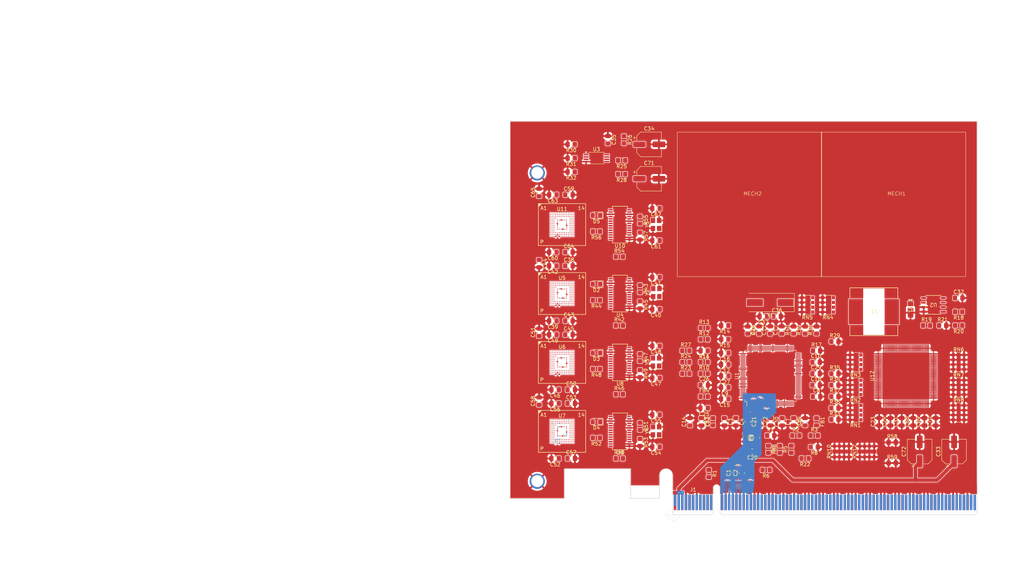
<source format=kicad_pcb>
(kicad_pcb (version 20221018) (generator pcbnew)
  (title_block (date "2024-10-07") (rev "0"))
  (layers (0 "F.Cu" power) (1 "In1.Cu" power) (2 "In2.Cu" power) (31 "B.Cu" power) (34 "B.Paste" user) (35 "F.Paste" user) (36 "B.SilkS" user "B.Silkscreen") (37 "F.SilkS" user "F.Silkscreen") (38 "B.Mask" user) (39 "F.Mask" user) (44 "Edge.Cuts" user))
  (net 0 "")
  (net 1 "Net-(U2-FB)")
  (net 2 "Net-(U2-EN)")
  (net 3 "Net-(U2-OCSET)")
  (net 4 "+12V")
  (net 5 "Net-(D1-K)")
  (net 6 "+3V3")
  (net 28 "Net-(U11A-VDDI)")
  (net 89 "Net-(U10-#CHIP_RST)")
  (net 104 "GND")
  (net 106 "Net-(U10-SDCMD)")
  (net 107 "Net-(U11A-CLK)")
  (net 158 "Net-(U7A-VDDI)")
  (net 217 "Net-(U7A-RST_N)")
  (net 233 "Net-(U7A-CMD)")
  (net 234 "Net-(U7A-CLK)")
  (net 285 "Net-(U6A-VDDI)")
  (net 344 "Net-(U6A-RST_N)")
  (net 360 "Net-(U6A-CMD)")
  (net 361 "Net-(U6A-CLK)")
  (net 416 "Net-(U5A-VDDI)")
  (net 481 "Net-(U4-#CHIP_RST)")
  (net 497 "Net-(U4-SDCMD)")
  (net 498 "Net-(U5A-CLK)")
  (net 528 "Net-(RN5-R1.1)")
  (net 529 "Net-(RN5-R2.1)")
  (net 530 "Net-(RN5-R3.1)")
  (net 531 "Net-(RN5-R4.1)")
  (net 532 "Net-(RN4-R1.1)")
  (net 533 "Net-(RN4-R2.1)")
  (net 534 "Net-(RN4-R3.1)")
  (net 535 "Net-(RN4-R4.1)")
  (net 536 "Net-(RN3-R1.1)")
  (net 537 "Net-(RN3-R2.1)")
  (net 538 "Net-(RN3-R3.1)")
  (net 539 "Net-(RN3-R4.1)")
  (net 540 "Net-(RN2-R1.1)")
  (net 541 "Net-(RN2-R2.1)")
  (net 542 "Net-(RN2-R3.1)")
  (net 543 "Net-(RN2-R4.1)")
  (net 544 "Net-(RN1-R1.1)")
  (net 545 "Net-(RN1-R2.1)")
  (net 546 "Net-(RN1-R3.1)")
  (net 547 "Net-(RN1-R4.1)")
  (net 548 "Net-(U10-EXT_R)")
  (net 549 "Net-(U9-EXT_R)")
  (net 550 "/PCIE_Slot/PCIE_WAKE")
  (net 551 "/PCIE_Slot/PeRST")
  (net 552 "/PCIE_Slot/PCIE_CLKreq")
  (net 553 "Net-(J1-~{WAKE})")
  (net 554 "Net-(J1-~{PERST})")
  (net 555 "Net-(J1-~{PRSNT1})")
  (net 556 "Net-(J1-~{PRSNT2}-PadB17)")
  (net 557 "Net-(U1C-REXT)")
  (net 558 "Net-(U1E-EE_SCL)")
  (net 559 "Net-(U9-SD_CLK)")
  (net 560 "USB2_LED")
  (net 561 "Net-(U9-LED_ACTIVITY)")
  (net 562 "Net-(U8-EXT_R)")
  (net 563 "Net-(U8-SD_CLK)")
  (net 564 "USB1_LED")
  (net 565 "Net-(U8-LED_ACTIVITY)")
  (net 566 "Net-(U3-A1)")
  (net 567 "Net-(U4-EXT_R)")
  (net 568 "Net-(U4-SD_CLK)")
  (net 569 "USB0_LED")
  (net 570 "Net-(U4-LED_ACTIVITY)")
  (net 571 "Net-(U1B-GPIO22{slash}IOCHRDY1)")
  (net 572 "Net-(U1B-GPIO21{slash}A2)")
  (net 573 "Net-(U1B-GPIO20{slash}A1)")
  (net 574 "Net-(U1B-GPIO19{slash}A0)")
  (net 575 "Net-(U1A-+1.2VOUT_REG)")
  (net 576 "Net-(U1E-TEST_EN)")
  (net 577 "Net-(U1E-SCAN_EN)")
  (net 578 "Net-(U1E-MODE_SEL2)")
  (net 579 "Net-(U1D-USB3_OVCI_N)")
  (net 580 "Net-(U1D-USB2_OVCI_N)")
  (net 581 "Net-(U1D-USB1_OVCI_N)")
  (net 582 "Net-(U1D-USB0_OVCI_N)")
  (net 583 "Net-(U1D-USB0_IBREF)")
  (net 584 "Net-(U1D-USB1_IBREF)")
  (net 585 "Net-(U1D-USB2_IBERF)")
  (net 586 "Net-(U1D-USB3_IBREF)")
  (net 587 "Net-(U1E-MODE_SEL1)")
  (net 588 "Net-(U1E-MODE_SEL0)")
  (net 589 "Net-(U3-A2)")
  (net 590 "Net-(U1E-OTG_EN_N)")
  (net 591 "Net-(U1E-LN_STAT1)")
  (net 592 "Net-(U1E-LN_STAT0)")
  (net 593 "Net-(U3-WP)")
  (net 594 "Net-(U1E-LN_STAT2)")
  (net 595 "Net-(U1E-EE_SDA)")
  (net 596 "Net-(U1E-JTAG_TCK)")
  (net 597 "Net-(U3-A0)")
  (net 598 "USB3_LED")
  (net 599 "Net-(U10-LED_ACTIVITY)")
  (net 600 "Net-(U10-SD_CLK)")
  (net 601 "Net-(U9-V3.3_PHY_IN)")
  (net 602 "Net-(U9-XTAL_IN)")
  (net 603 "Net-(U9-XTAL_OUT)")
  (net 606 "Net-(U4-V3.3_PHY_IN)")
  (net 607 "Net-(U4-XTAL_IN)")
  (net 608 "Net-(U4-XTAL_OUT)")
  (net 609 "Net-(U10-V3.3_PHY_IN)")
  (net 610 "90_USB3_D_N")
  (net 611 "90_USB3_D_P")
  (net 612 "Net-(U10-XTAL_IN)")
  (net 613 "Net-(U10-XTAL_OUT)")
  (net 616 "Net-(U8-V3.3_PHY_IN)")
  (net 617 "90_USB0_D_N")
  (net 618 "90_USB0_D_P")
  (net 619 "Net-(U8-XTAL_IN)")
  (net 620 "Net-(U8-XTAL_OUT)")
  (net 623 "90_USB1_D_N")
  (net 624 "90_USB1_D_P")
  (net 625 "Net-(U1B-USB0_XSCI)")
  (net 626 "Net-(U1B-USB0_XSCO)")
  (net 627 "90_USB2_D_N")
  (net 628 "90_USB2_D_P")
  (net 630 "Net-(J1-JTAG3)")
  (net 642 "/eMMC1/DATA_0")
  (net 643 "/eMMC3/DATA_0")
  (net 644 "/eMMC3/DATA_1")
  (net 708 "+1V2")
  (net 709 "3v3_filt")
  (net 710 "+5V")
  (net 711 "+3V0")
  (net 712 "/eMMC1/DATA_2")
  (net 713 "/eMMC1/DATA_3")
  (net 714 "/eMMC1/DATA_4")
  (net 715 "/eMMC1/DATA_5")
  (net 716 "/eMMC1/DATA_6")
  (net 717 "/eMMC1/DATA_7")
  (net 718 "/eMMC1/DATA_1")
  (net 719 "/eMMC2/DATA_0")
  (net 720 "/eMMC2/DATA_1")
  (net 721 "/eMMC2/DATA_2")
  (net 722 "/eMMC2/DATA_3")
  (net 723 "/eMMC2/DATA_4")
  (net 724 "/eMMC2/DATA_5")
  (net 725 "/eMMC2/DATA_6")
  (net 726 "/eMMC2/DATA_7")
  (net 727 "/eMMC3/DATA_2")
  (net 728 "/eMMC3/DATA_3")
  (net 729 "/eMMC3/DATA_4")
  (net 730 "/eMMC3/DATA_5")
  (net 731 "/eMMC3/DATA_6")
  (net 732 "/eMMC3/DATA_7")
  (net 733 "/eMMC4/DATA_2")
  (net 734 "/eMMC4/DATA_3")
  (net 735 "/eMMC4/DATA_4")
  (net 736 "/eMMC4/DATA_5")
  (net 737 "/eMMC4/DATA_6")
  (net 738 "/eMMC4/DATA_7")
  (net 739 "/eMMC4/DATA_0")
  (net 740 "/eMMC4/DATA_1")
  (net 741 "/PCIE_Slot/85_PCIE_TX_P")
  (net 742 "/PCIE_Slot/85_PCIE_TXC_P")
  (net 743 "/PCIE_Slot/85_PCIE_TX_N")
  (net 744 "/PCIE_Slot/85_PCIE_TXC_N")
  (net 745 "/PCIE_Slot/85_PCIE_CLK_P")
  (net 746 "/PCIE_Slot/85_PCIE_CLK_N")
  (net 747 "/PCIE_Slot/85_PCIE_RX_P")
  (net 748 "/PCIE_Slot/85_PCIE_RX_N")
  (net 749 "Net-(C10-Pad1)")
  (net 750 "Net-(U1A-+1.2VA_AUX)")
  (net 751 "Net-(U1A-+3.3VA_AUX)")
  (net 752 "/eMMC1/VDD_3v3_EMMC1")
  (net 753 "/eMMC2/VDD_3v3_EMMC2")
  (net 754 "/eMMC3/VDD_3v3_EMMC3")
  (net 755 "/eMMC4/VDD_3v3_EMMC4")
  (footprint "Capacitor_SMD:C_0805_2012Metric_Pad1.18x1.45mm_HandSolder" (layer "F.Cu") (at 154.71 93.7525 180)
    (fp_text reference "C41")
    (fp_text value "22pF")
  )
  (footprint "Resistor_SMD:R_0805_2012Metric_Pad1.20x1.40mm_HandSolder" (layer "F.Cu") (at 168.045 110.9825)
    (fp_text reference "R12")
    (fp_text value "10k")
  )
  (footprint "Capacitor_SMD:C_0805_2012Metric_Pad1.18x1.45mm_HandSolder" (layer "F.Cu") (at 168.045 129.99 180)
    (fp_text reference "C25")
    (fp_text value "0.1uF")
  )
  (footprint "Capacitor_SMD:C_0805_2012Metric_Pad1.18x1.45mm_HandSolder" (layer "F.Cu") (at 126.77 143.96 180)
    (fp_text reference "C52")
    (fp_text value "4.7uF")
  )
  (footprint "Capacitor_SMD:C_0805_2012Metric_Pad1.18x1.45mm_HandSolder" (layer "F.Cu") (at 173.76 127.45 180)
    (fp_text reference "C15")
    (fp_text value "0.1uF")
  )
  (footprint "Capacitor_SMD:C_0805_2012Metric_Pad1.18x1.45mm_HandSolder" (layer "F.Cu") (at 222.769 133.8 90)
    (fp_text reference "C31")
    (fp_text value "0.1uF")
  )
  (footprint "LED_SMD:LED_0805_2012Metric_Pad1.15x1.40mm_HandSolder" (layer "F.Cu") (at 138.2 114.75 180)
    (fp_text reference "D3")
    (fp_text value "RED")
  )
  (footprint "Resistor_SMD:R_0805_2012Metric_Pad1.20x1.40mm_HandSolder" (layer "F.Cu") (at 144.55 107.13)
    (fp_text reference "R42")
    (fp_text value "10k")
  )
  (footprint "Capacitor_SMD:CP_Elec_6.3x5.8" (layer "F.Cu") (at 152.805 56.965)
    (fp_text reference "C34")
    (fp_text value "100uF")
  )
  (footprint "Resistor_SMD:R_0805_2012Metric_Pad1.20x1.40mm_HandSolder" (layer "F.Cu") (at 138.2 81.095 180)
    (fp_text reference "R56")
    (fp_text value "27")
  )
  (footprint "Package_SO:SSOP-28_3.9x9.9mm_P0.635mm" (layer "F.Cu") (at 144.725 79.19 180)
    (fp_text reference "U10")
    (fp_text value "AU6438BS")
  )
  (footprint "Capacitor_SMD:C_0805_2012Metric_Pad1.18x1.45mm_HandSolder" (layer "F.Cu") (at 130.58 86.81)
    (fp_text reference "C64")
    (fp_text value "2.2uF")
  )
  (footprint "Resistor_SMD:R_0805_2012Metric_Pad1.20x1.40mm_HandSolder" (layer "F.Cu") (at 131.215 56.965 180)
    (fp_text reference "R30")
    (fp_text value "1k")
  )
  (footprint "Capacitor_SMD:C_0805_2012Metric_Pad1.18x1.45mm_HandSolder" (layer "F.Cu") (at 181.38 142.055 180)
    (fp_text reference "C20")
    (fp_text value "0.1uF")
  )
  (footprint "Capacitor_SMD:C_0805_2012Metric_Pad1.18x1.45mm_HandSolder" (layer "F.Cu") (at 176.475 147.9675 90)
    (fp_text reference "C1")
    (fp_text value "0.1uF")
  )
  (footprint "Resistor_SMD:R_0805_2012Metric_Pad1.20x1.40mm_HandSolder" (layer "F.Cu") (at 204.24 123.64)
    (fp_text reference "R34")
    (fp_text value "1k")
  )
  (footprint "Capacitor_SMD:C_0805_2012Metric_Pad1.18x1.45mm_HandSolder" (layer "F.Cu") (at 199.16 126.815)
    (fp_text reference "C8")
    (fp_text value "0.1uF")
  )
  (footprint "Capacitor_SMD:CP_Elec_6.3x5.8" (layer "F.Cu") (at 152.805 66.49)
    (fp_text reference "C71")
    (fp_text value "100uF")
  )
  (footprint "Resistor_SMD:R_Array_Convex_4x1206" (layer "F.Cu") (at 209.955 124.275 180)
    (fp_text reference "RN2")
    (fp_text value "1k")
  )
  (footprint "Capacitor_SMD:C_0805_2012Metric_Pad1.18x1.45mm_HandSolder" (layer "F.Cu") (at 199.03 123.64)
    (fp_text reference "C18")
    (fp_text value "0.1uF")
  )
  (footprint "Crystal:Crystal_SMD_3225-4Pin_3.2x2.5mm" (layer "F.Cu") (at 154.71 117.2475 90)
    (fp_text reference "Y3")
    (fp_text value "12MHz")
  )
  (footprint "Capacitor_SMD:C_0805_2012Metric_Pad1.18x1.45mm_HandSolder" (layer "F.Cu") (at 173.76 114.75 180)
    (fp_text reference "C16")
    (fp_text value "0.1uF")
  )
  (footprint "Resistor_SMD:R_0805_2012Metric_Pad1.20x1.40mm_HandSolder" (layer "F.Cu") (at 204.24 120.465)
    (fp_text reference "R35")
    (fp_text value "1k")
  )
  (footprint "Capacitor_SMD:C_0805_2012Metric_Pad1.18x1.45mm_HandSolder" (layer "F.Cu") (at 131.215 124.91)
    (fp_text reference "C50")
    (fp_text value "2.2uF")
  )
  (footprint "Resistor_SMD:R_0805_2012Metric_Pad1.20x1.40mm_HandSolder" (layer "F.Cu") (at 220.115 139.515)
    (fp_text reference "R58")
    (fp_text value "1k")
  )
  (footprint "Capacitor_SMD:C_0805_2012Metric_Pad1.18x1.45mm_HandSolder" (layer "F.Cu") (at 154.71 102.6425 180)
    (fp_text reference "C40")
    (fp_text value "22pF")
  )
  (footprint "Capacitor_SMD:C_0805_2012Metric_Pad1.18x1.45mm_HandSolder" (layer "F.Cu") (at 131.215 143.96)
    (fp_text reference "C57")
    (fp_text value "2.2uF")
  )
  (footprint "Capacitor_SMD:C_0805_2012Metric_Pad1.18x1.45mm_HandSolder" (layer "F.Cu") (at 168.045 123.64)
    (fp_text reference "C26")
    (fp_text value "10uF")
  )
  (footprint "Capacitor_SMD:C_0805_2012Metric_Pad1.18x1.45mm_HandSolder" (layer "F.Cu") (at 195.985 133.8 90)
    (fp_text reference "C6")
    (fp_text value "0.1uF")
  )
  (footprint "Resistor_SMD:R_0805_2012Metric_Pad1.20x1.40mm_HandSolder" (layer "F.Cu") (at 182.65 138.245 90)
    (fp_text reference "R9")
    (fp_text value "0")
  )
  (footprint "Capacitor_SMD:C_0805_2012Metric_Pad1.18x1.45mm_HandSolder" (layer "F.Cu") (at 173.76 121.1 180)
    (fp_text reference "C27")
    (fp_text value "0.1uF")
  )
  (footprint "Capacitor_SMD:C_0805_2012Metric_Pad1.18x1.45mm_HandSolder" (layer "F.Cu") (at 183.285 108.4 90)
    (fp_text reference "C28")
    (fp_text value "0.1uF")
  )
  (footprint "Capacitor_SMD:C_0805_2012Metric_Pad1.18x1.45mm_HandSolder" (layer "F.Cu") (at 154.71 140.7425 180)
    (fp_text reference "C54")
    (fp_text value "22pF")
  )
  (footprint "Capacitor_SMD:C_0805_2012Metric_Pad1.18x1.45mm_HandSolder" (layer "F.Cu") (at 192.81 133.8 -90)
    (fp_text reference "C19")
    (fp_text value "0.1uF")
  )
  (footprint "Resistor_SMD:R_0805_2012Metric_Pad1.20x1.40mm_HandSolder" (layer "F.Cu") (at 185.19 147.125 180)
    (fp_text reference "R6")
    (fp_text value "0")
  )
  (footprint "Resistor_SMD:R_0805_2012Metric_Pad1.20x1.40mm_HandSolder" (layer "F.Cu") (at 162.965 114.115)
    (fp_text reference "R27")
    (fp_text value "4.7k")
  )
  (footprint "Capacitor_SMD:C_0805_2012Metric_Pad1.18x1.45mm_HandSolder" (layer "F.Cu") (at 178.435 147.9675 90)
    (fp_text reference "C2")
    (fp_text value "0.1uF")
  )
  (footprint "Resistor_SMD:R_0805_2012Metric_Pad1.20x1.40mm_HandSolder" (layer "F.Cu") (at 131.215 60.775 180)
    (fp_text reference "R31")
    (fp_text value "1k")
  )
  (footprint "LED_SMD:LED_0805_2012Metric_Pad1.15x1.40mm_HandSolder" (layer "F.Cu") (at 138.2 95.7 180)
    (fp_text reference "D2")
    (fp_text value "RED")
  )
  (footprint "Resistor_SMD:R_0805_2012Metric_Pad1.20x1.40mm_HandSolder" (layer "F.Cu") (at 199.16 133.8 -90)
    (fp_text reference "FB1")
    (fp_text value "BLM21PG121SN1D")
  )
  (footprint "Capacitor_SMD:C_0805_2012Metric_Pad1.18x1.45mm_HandSolder" (layer "F.Cu") (at 130.58 109.67)
    (fp_text reference "C45")
    (fp_text value "4.7uF")
  )
  (footprint "Resistor_SMD:R_Array_Convex_4x1206" (layer "F.Cu") (at 238.53 131.26)
    (fp_text reference "RN8")
    (fp_text value "1k")
  )
  (footprint "Resistor_SMD:R_0805_2012Metric_Pad1.20x1.40mm_HandSolder" (layer "F.Cu") (at 168.045 114.115 180)
    (fp_text reference "R16")
    (fp_text value "12k")
  )
  (footprint "Crystal:Crystal_SMD_3225-4Pin_3.2x2.5mm" (layer "F.Cu") (at 154.71 136.2975 90)
    (fp_text reference "Y4")
    (fp_text value "12MHz")
  )
  (footprint "Resistor_SMD:R_0805_2012Metric_Pad1.20x1.40mm_HandSolder" (layer "F.Cu") (at 168.045 117.29)
    (fp_text reference "R11")
    (fp_text value "10k")
  )
  (footprint "Capacitor_SMD:C_0805_2012Metric_Pad1.18x1.45mm_HandSolder" (layer "F.Cu") (at 126.135 86.81 180)
    (fp_text reference "C60")
    (fp_text value "4.7uF")
  )
  (footprint "Capacitor_SMD:C_0805_2012Metric_Pad1.18x1.45mm_HandSolder" (layer "F.Cu") (at 154.71 83.5925 180)
    (fp_text reference "C61")
    (fp_text value "22pF")
  )
  (footprint "Capacitor_SMD:C_0805_2012Metric_Pad1.18x1.45mm_HandSolder" (layer "F.Cu") (at 130.58 90.62)
    (fp_text reference "C38")
    (fp_text value "4.7uF")
  )
  (footprint "Resistor_SMD:R_0805_2012Metric_Pad1.20x1.40mm_HandSolder" (layer "F.Cu") (at 229.64 107.13)
    (fp_text reference "R19")
    (fp_text value "6.8k")
  )
  (footprint "Capacitor_SMD:C_0805_2012Metric_Pad1.18x1.45mm_HandSolder" (layer "F.Cu") (at 183.285 133.8 -90)
    (fp_text reference "C22")
    (fp_text value "0.1uF")
  )
  (footprint "Resistor_SMD:R_Array_Convex_4x1206" (layer "F.Cu") (at 209.955 131.26 180)
    (fp_text reference "RN1")
    (fp_text value "1k")
  )
  (footprint "Capacitor_SMD:C_0805_2012Metric_Pad1.18x1.45mm_HandSolder" (layer "F.Cu") (at 219.632 133.8 90)
    (fp_text reference "C24")
    (fp_text value "0.1uF")
  )
  (footprint "Resistor_SMD:R_0805_2012Metric_Pad1.20x1.40mm_HandSolder" (layer "F.Cu") (at 150.265 120.465 -90)
    (fp_text reference "R49")
    (fp_text value "680")
  )
  (footprint "Capacitor_SMD:C_0805_2012Metric_Pad1.18x1.45mm_HandSolder" (layer "F.Cu") (at 199.03 120.465)
    (fp_text reference "C29")
    (fp_text value "0.1uF")
  )
  (footprint "Capacitor_SMD:C_0805_2012Metric_Pad1.18x1.45mm_HandSolder" (layer "F.Cu") (at 238.53 99.51)
    (fp_text reference "C32")
    (fp_text value "0.1uF")
  )
  (footprint "LED_SMD:LED_0805_2012Metric_Pad1.15x1.40mm_HandSolder" (layer "F.Cu") (at 138.2 76.65 180)
    (fp_text reference "D5")
    (fp_text value "RED")
  )
  (footprint "Capacitor_SMD:C_0805_2012Metric_Pad1.18x1.45mm_HandSolder" (layer "F.Cu") (at 130.58 70.935)
    (fp_text reference "C59")
    (fp_text value "4.7uF")
  )
  (footprint "Capacitor_SMD:C_0805_2012Metric_Pad1.18x1.45mm_HandSolder" (layer "F.Cu") (at 126.135 90.62 180)
    (fp_text reference "C42")
    (fp_text value "2.2uF")
  )
  (footprint "Capacitor_SMD:C_0805_2012Metric_Pad1.18x1.45mm_HandSolder" (layer "F.Cu") (at 126.135 70.935 180)
    (fp_text reference "C63")
    (fp_text value "2.2uF")
  )
  (footprint "Resistor_SMD:R_0805_2012Metric_Pad1.20x1.40mm_HandSolder" (layer "F.Cu") (at 204.24 111.575)
    (fp_text reference "R29")
    (fp_text value "1k")
  )
  (footprint "html_accel_footprints:EMMC04G-M627-X03U_KNT" (layer "F.Cu") (at 128.675 136.4512)
    (fp_text reference "U7")
    (fp_text value "EMMC_4G")
  )
  (footprint "html_accel_footprints:EMMC04G-M627-X03U_KNT" (layer "F.Cu") (at 128.675 117.364132)
    (fp_text reference "U6")
    (fp_text value "EMMC_4G")
  )
  (footprint "Capacitor_SMD:C_0805_2012Metric_Pad1.18x1.45mm_HandSolder" (layer "F.Cu") (at 122.325 89.985 -90)
    (fp_text reference "C44")
    (fp_text value "0.1uF")
  )
  (footprint "Resistor_SMD:R_Array_Convex_4x1206" (layer "F.Cu") (at 202.335 101.415 180)
    (fp_text reference "RN4")
    (fp_text value "1k")
  )
  (footprint "Capacitor_SMD:C_0805_2012Metric_Pad1.18x1.45mm_HandSolder" (layer "F.Cu") (at 164.105 133.8 90)
    (fp_text reference "C14")
    (fp_text value "10uF")
  )
  (footprint "Capacitor_SMD:C_0805_2012Metric_Pad1.18x1.45mm_HandSolder" (layer "F.Cu") (at 154.71 74.7025 180)
    (fp_text reference "C62")
    (fp_text value "22pF")
  )
  (footprint "Resistor_SMD:R_0805_2012Metric_Pad1.20x1.40mm_HandSolder" (layer "F.Cu") (at 168.045 120.465)
    (fp_text reference "R10")
    (fp_text value "10k")
  )
  (footprint "Capacitor_SMD:C_0805_2012Metric_Pad1.18x1.45mm_HandSolder" (layer "F.Cu") (at 186.46 133.8 -90)
    (fp_text reference "C30")
    (fp_text value "0.1uF")
  )
  (footprint "Resistor_SMD:R_0805_2012Metric_Pad1.20x1.40mm_HandSolder" (layer "F.Cu") (at 150.265 101.415 -90)
    (fp_text reference "R45")
    (fp_text value "680")
  )
  (footprint "Capacitor_SMD:C_0805_2012Metric_Pad1.18x1.45mm_HandSolder" (layer "F.Cu") (at 122.325 70.3 90)
    (fp_text reference "C65")
    (fp_text value "0.1uF")
  )
  (footprint "Resistor_SMD:R_0805_2012Metric_Pad1.20x1.40mm_HandSolder" (layer "F.Cu") (at 204.24 133.165)
    (fp_text reference "R33")
    (fp_text value "1k")
  )
  (footprint "Resistor_SMD:R_0805_2012Metric_Pad1.20x1.40mm_HandSolder" (layer "F.Cu") (at 193.445 137.61)
    (fp_text reference "R2")
    (fp_text value "4.7k")
  )
  (footprint "Resistor_SMD:R_0805_2012Metric_Pad1.20x1.40mm_HandSolder" (layer "F.Cu") (at 189 141.42 90)
    (fp_text reference "R4")
    (fp_text value "33")
  )
  (footprint "Capacitor_SMD:C_0805_2012Metric_Pad1.18x1.45mm_HandSolder" (layer "F.Cu") (at 126.135 109.67 180)
    (fp_text reference "C49")
    (fp_text value "2.2uF")
  )
  (footprint "Capacitor_SMD:C_0805_2012Metric_Pad1.18x1.45mm_HandSolder" (layer "F.Cu") (at 154.71 131.8525 180)
    (fp_text reference "C55")
    (fp_text value "22pF")
  )
  (footprint "Capacitor_SMD:C_0805_2012Metric_Pad1.18x1.45mm_HandSolder" (layer "F.Cu") (at 130.58 105.86)
    (fp_text reference "C43")
    (fp_text value "2.2uF")
  )
  (footprint "Crystal:Crystal_SMD_HC49-SD" (layer "F.Cu") (at 186.33 100.78 180)
    (fp_text reference "Y1")
    (fp_text value "12MHz")
  )
  (footprint "Resistor_SMD:R_0805_2012Metric_Pad1.20x1.40mm_HandSolder" (layer "F.Cu") (at 169.315 148.125 -90)
    (fp_text reference "R1")
    (fp_text value "4.7k")
  )
  (footprint "Resistor_SMD:R_0805_2012Metric_Pad1.20x1.40mm_HandSolder" (layer "F.Cu") (at 195.985 108.4 90)
    (fp_text reference "R39")
    (fp_text value "1k")
  )
  (footprint "Resistor_SMD:R_0805_2012Metric_Pad1.20x1.40mm_HandSolder" (layer "F.Cu") (at 186.46 137.61)
    (fp_text reference "R7")
    (fp_text value "6.2k")
  )
  (footprint "Capacitor_SMD:C_0805_2012Metric_Pad1.18x1.45mm_HandSolder" (layer "F.Cu") (at 189.505 108.4 90)
    (fp_text reference "C17")
    (fp_text value "0.1uF")
  )
  (footprint "html_accel_footprints:DIODE_SBR3M30P1_1P78X2P8_DIO-M" (layer "F.Cu") (at 225.195 102.685 -90)
    (fp_text reference "D1")
    (fp_text value "SBR2U30P1")
  )
  (footprint "Capacitor_SMD:C_0805_2012Metric_Pad1.18x1.45mm_HandSolder" (layer "F.Cu") (at 216.495 133.8 90)
    (fp_text reference "C23")
    (fp_text value "0.1uF")
  )
  (footprint "Resistor_SMD:R_0805_2012Metric_Pad1.20x1.40mm_HandSolder" (layer "F.Cu") (at 168.045 126.815)
    (fp_text reference "FB4")
    (fp_text value "BLM21PG121SN1D")
  )
  (footprint "Resistor_SMD:R_0805_2012Metric_Pad1.20x1.40mm_HandSolder" (layer "F.Cu") (at 162.965 117.29)
    (fp_text reference "R24")
    (fp_text value "4.7k")
  )
  (footprint "Capacitor_SMD:C_0805_2012Metric_Pad1.18x1.45mm_HandSolder" (layer "F.Cu") (at 167.28 133.8 -90)
    (fp_text reference "C13")
    (fp_text value "0.1uF")
  )
  (footprint "Resistor_SMD:R_0805_2012Metric_Pad1.20x1.40mm_HandSolder" (layer "F.Cu") (at 204.24 129.99)
    (fp_text reference "R36")
    (fp_text value "1k")
  )
  (footprint "Capacitor_SMD:C_0805_2012Metric_Pad1.18x1.45mm_HandSolder" (layer "F.Cu") (at 186.33 108.4 90)
    (fp_text reference "C11")
    (fp_text value "0.1uF")
  )
  (footprint "Capacitor_SMD:C_0805_2012Metric_Pad1.18x1.45mm_HandSolder" (layer "F.Cu") (at 180.11 133.8 -90)
    (fp_text reference "C21")
    (fp_text value "10uF")
  )
  (footprint "Capacitor_SMD:C_0805_2012Metric_Pad1.18x1.45mm_HandSolder" (layer "F.Cu") (at 154.71 121.6925 180)
    (fp_text reference "C47")
    (fp_text value "22pF")
  )
  (footprint "html_accel_footprints:Heatsink" (layer "F.Cu") (at 198.469 51.575)
    (fp_text reference "MECH1")
    (fp_text value "~")
  )
  (footprint "Resistor_SMD:R_0805_2012Metric_Pad1.20x1.40mm_HandSolder" (layer "F.Cu") (at 173.76 107.13 180)
    (fp_text reference "R14")
    (fp_text value "12k")
  )
  (footprint "Resistor_SMD:R_Array_Convex_4x1206" (layer "F.Cu") (at 238.53 117.29)
    (fp_text reference "RN6")
    (fp_text value "1k")
  )
  (footprint "Resistor_SMD:R_0805_2012Metric_Pad1.20x1.40mm_HandSolder" (layer "F.Cu") (at 192.81 108.4 90)
    (fp_text reference "R40")
    (fp_text value "1k")
  )
  (footprint "Resistor_SMD:R_0805_2012Metric_Pad1.20x1.40mm_HandSolder" (layer "F.Cu") (at 145.185 65.22 180)
    (fp_text reference "R28")
    (fp_text value "1k")
  )
  (footprint "html_accel_footprints:SOP-8L_DIO" (layer "F.Cu") (at 231.545 101.415 180)
    (fp_text reference "U2")
    (fp_text value "AP1513")
  )
  (footprint "Package_SO:TSSOP-8_4.4x3mm_P0.65mm" (layer "F.Cu") (at 138.2 60.775)
    (fp_text reference "U3")
    (fp_text value "CAT24C256YI-GT3")
  )
  (footprint "Resistor_SMD:R_0805_2012Metric_Pad1.20x1.40mm_HandSolder" (layer "F.Cu") (at 173.76 110.94 180)
    (fp_text reference "R15")
    (fp_text value "12k")
  )
  (footprint "Resistor_SMD:R_0805_2012Metric_Pad1.20x1.40mm_HandSolder" (layer "F.Cu") (at 145.82 55.695 -90)
    (fp_text reference "R26")
    (fp_text value "1k")
  )
  (footprint "Resistor_SMD:R_0805_2012Metric_Pad1.20x1.40mm_HandSolder" (layer "F.Cu") (at 195.985 143.96 180)
    (fp_text reference "R22")
    (fp_text value "4.7k")
  )
  (footprint "Resistor_SMD:R_0805_2012Metric_Pad1.20x1.40mm_HandSolder" (layer "F.Cu") (at 150.265 135.07 -90)
    (fp_text reference "R51")
    (fp_text value "1k")
  )
  (footprint "Resistor_SMD:R_0805_2012Metric_Pad1.20x1.40mm_HandSolder" (layer "F.Cu") (at 185.825 141.42 -90)
    (fp_text reference "FB3")
    (fp_text value "BLM21PG121SN1D")
  )
  (footprint "Resistor_SMD:R_0805_2012Metric_Pad1.20x1.40mm_HandSolder" (layer "F.Cu") (at 150.265 139.515 -90)
    (fp_text reference "R53")
    (fp_text value "680")
  )
  (footprint "Resistor_SMD:R_0805_2012Metric_Pad1.20x1.40mm_HandSolder" (layer "F.Cu") (at 198.525 137.61)
    (fp_text reference "R3")
    (fp_text value "4.7k")
  )
  (footprint "Capacitor_SMD:C_0805_2012Metric_Pad1.18x1.45mm_HandSolder" (layer "F.Cu") (at 229.043 133.8 90)
    (fp_text reference "C69")
    (fp_text value "0.1uF")
  )
  (footprint "Resistor_SMD:R_0805_2012Metric_Pad1.20x1.40mm_HandSolder" (layer "F.Cu") (at 144.55 143.96)
    (fp_text reference "R50")
    (fp_text value "10k")
  )
  (footprint "Package_QFP:LQFP-128_14x14mm_P0.4mm" (layer "F.Cu") (at 223.925 121.1 90)
    (fp_text reference "U12")
    (fp_text value "MCS9990")
  )
  (footprint "Resistor_SMD:R_0805_2012Metric_Pad1.20x1.40mm_HandSolder" (layer "F.Cu") (at 150.265 82.365 -90)
    (fp_text reference "R57")
    (fp_text value "680")
  )
  (footprint "Resistor_SMD:R_0805_2012Metric_Pad1.20x1.40mm_HandSolder" (layer "F.Cu") (at 144.55 88.08)
    (fp_text reference "R54")
    (fp_text value "10k")
  )
  (footprint "Capacitor_SMD:C_0805_2012Metric_Pad1.18x1.45mm_HandSolder" (layer "F.Cu") (at 189.635 133.8 -90)
    (fp_text reference "C7")
    (fp_text value "10uF")
  )
  (footprint "Capacitor_SMD:C_0805_2012Metric_Pad1.18x1.45mm_HandSolder" (layer "F.Cu") (at 232.18 133.8 90)
    (fp_text reference "C70")
    (fp_text value "0.1uF")
  )
  (footprint "Capacitor_SMD:C_0805_2012Metric_Pad1.18x1.45mm_HandSolder" (layer "F.Cu") (at 126.77 128.72 180)
    (fp_text reference "C56")
    (fp_text value "2.2uF")
  )
  (footprint "Capacitor_SMD:C_0805_2012Metric_Pad1.18x1.45mm_HandSolder" (layer "F.Cu") (at 188.235 104.59)
    (fp_text reference "C36")
    (fp_text value "22pF")
  )
  (footprint "Resistor_SMD:R_Array_Convex_4x1206" (layer "F.Cu") (at 206.145 142.055 90)
    (fp_text reference "RN10")
    (fp_text value "1k")
  )
  (footprint "Capacitor_SMD:CP_Elec_6.3x5.8" (layer "F.Cu") (at 237.26 142.055 90)
    (fp_text reference "C33")
    (fp_text value "100uF")
  )
  (footprint "Resistor_SMD:R_0805_2012Metric_Pad1.20x1.40mm_HandSolder" (layer "F.Cu") (at 199.16 114.115)
    (fp_text reference "R17")
    (fp_text value "12k")
  )
  (footprint "Resistor_SMD:R_0805_2012Metric_Pad1.20x1.40mm_HandSolder" (layer "F.Cu") (at 162.965 120.465)
    (fp_text reference "R23")
    (fp_text value "4.7k")
  )
  (footprint "Crystal:Crystal_SMD_3225-4Pin_3.2x2.5mm" (layer "F.Cu") (at 154.71 79.1475 90)
    (fp_text reference "Y5")
    (fp_text value "12MHz")
  )
  (footprint "Package_SO:SSOP-28_3.9x9.9mm_P0.635mm" (layer "F.Cu") (at 144.725 98.277066 180)
    (fp_text reference "U4")
    (fp_text value "AU6438BS")
  )
  (footprint "Resistor_SMD:R_0805_2012Metric_Pad1.20x1.40mm_HandSolder" (layer "F.Cu") (at 145.185 61.41 180)
    (fp_text reference "R25")
    (fp_text value "1k")
  )
  (footprint "html_accel_footprints:IND_BOURNS_SRR1208" (layer "F.Cu") (at 215.035 103.32 180)
    (fp_text reference "L1")
    (fp_text value "SRR1208-330YL")
  )
  (footprint "Capacitor_SMD:C_0805_2012Metric_Pad1.18x1.45mm_HandSolder" (layer "F.Cu") (at 173.76 117.925 180)
    (fp_text reference "C12")
    (fp_text value "0.1uF")
  )
  (footprint "Resistor_SMD:R_0805_2012Metric_Pad1.20x1.40mm_HandSolder" (layer "F.Cu") (at 204.24 126.815)
    (fp_text reference "R37")
    (fp_text value "1k")
  )
  (footprint "Capacitor_SMD:C_0805_2012Metric_Pad1.18x1.45mm_HandSolder" (layer "F.Cu") (at 131.215 128.72)
    (fp_text reference "C53")
    (fp_text value "4.7uF")
  )
  (footprint "Resistor_SMD:R_0805_2012Metric_Pad1.20x1.40mm_HandSolder" (layer "F.Cu") (at 138.2 138.245 180)
    (fp_text reference "R52")
    (fp_text value "27")
  )
  (footprint "Resistor_SMD:R_0805_2012Metric_Pad1.20x1.40mm_HandSolder" (layer "F.Cu") (at 234.085 107.13)
    (fp_text reference "R21")
    (fp_text value "1.3k")
  )
  (footprint "Resistor_SMD:R_0805_2012Metric_Pad1.20x1.40mm_HandSolder" (layer "F.Cu") (at 138.2 119.195 180)
    (fp_text reference "R48")
    (fp_text value "27")
  )
  (footprint "Resistor_SMD:R_Array_Convex_4x1206" (layer "F.Cu") (at 238.535 124.275)
    (fp_text reference "RN7")
    (fp_text value "1k")
  )
  (footprint "Resistor_SMD:R_0805_2012Metric_Pad1.20x1.40mm_HandSolder" (layer "F.Cu") (at 238.53 103.32 180)
    (fp_text reference "R18")
    (fp_text value "3k")
  )
  (footprint "html_accel_footprints:EMMC04G-M627-X03U_KNT" (layer "F.Cu") (at 128.675 98.277066)
    (fp_text reference "U5")
    (fp_text value "EMMC_4G")
  )
  (footprint "Capacitor_SMD:C_0805_2012Metric_Pad1.18x1.45mm_HandSolder" (layer "F.Cu") (at 199.03 117.29)
    (fp_text reference "C10")
    (fp_text value "0.1uF")
  )
  (footprint "Capacitor_SMD:C_0805_2012Metric_Pad1.18x1.45mm_HandSolder" (layer "F.Cu") (at 176.805 133.8 -90)
    (fp_text reference "C4")
    (fp_text value "0.1uF")
  )
  (footprint "Capacitor_SMD:C_0805_2012Metric_Pad1.18x1.45mm_HandSolder" (layer "F.Cu") (at 154.71 112.8025 180)
    (fp_text reference "C48")
    (fp_text value "22pF")
  )
  (footprint "Package_QFP:LQFP-128_14x14mm_P0.4mm" (layer "F.Cu") (at 186.46 121.1 90)
    (fp_text reference "U1")
    (fp_text value "MCS9990")
  )
  (footprint "html_accel_footprints:Heatsink" (layer "F.Cu") (at 158.591 51.575)
    (fp_text reference "MECH2")
    (fp_text value "~")
  )
  (footprint "LED_SMD:LED_0805_2012Metric_Pad1.15x1.40mm_HandSolder" (layer "F.Cu") (at 138.2 133.8 180)
    (fp_text reference "D4")
    (fp_text value "RED")
  )
  (footprint "Capacitor_SMD:C_0805_2012Metric_Pad1.18x1.45mm_HandSolder" (layer "F.Cu") (at 179.475 138.245 -90)
    (fp_text reference "C5")
    (fp_text value "3.3uF")
  )
  (footprint "Package_SO:SSOP-28_3.9x9.9mm_P0.635mm" (layer "F.Cu") (at 144.725 136.4512 180)
    (fp_text reference "U9")
    (fp_text value "AU6438BS")
  )
  (footprint "Capacitor_SMD:C_0805_2012Metric_Pad1.18x1.45mm_HandSolder" (layer "F.Cu") (at 141.375 55.695 -90)
    (fp_text reference "C35")
    (fp_text value "0.1uF")
  )
  (footprint "Resistor_SMD:R_0805_2012Metric_Pad1.20x1.40mm_HandSolder" (layer "F.Cu") (at 150.265 96.97 -90)
    (fp_text reference "R43")
    (fp_text value "1k")
  )
  (footprint "Capacitor_SMD:C_0805_2012Metric_Pad1.18x1.45mm_HandSolder" (layer "F.Cu") (at 122.325 109.035 90)
    (fp_text reference "C51")
    (fp_text value "0.1uF")
  )
  (footprint "Capacitor_SMD:C_0805_2012Metric_Pad1.18x1.45mm_HandSolder" (layer "F.Cu") (at 122.325 128.085 90)
    (fp_text reference "C58")
    (fp_text value "0.1uF")
  )
  (footprint "Resistor_SMD:R_0805_2012Metric_Pad1.20x1.40mm_HandSolder" (layer "F.Cu") (at 192.175 141.42 90)
    (fp_text reference "R5")
    (fp_text value "0")
  )
  (footprint "Capacitor_SMD:C_0805_2012Metric_Pad1.18x1.45mm_HandSolder" (layer "F.Cu") (at 126.135 105.86 180)
    (fp_text reference "C39")
    (fp_text value "4.7uF")
  )
  (footprint "Resistor_SMD:R_0805_2012Metric_Pad1.20x1.40mm_HandSolder" (layer "F.Cu") (at 198.525 140.785 180)
    (fp_text reference "R8")
    (fp_text value "1k")
  )
  (footprint "html_accel_footprints:EMMC04G-M627-X03U_KNT" (layer "F.Cu") (at 128.675 79.19)
    (fp_text reference "U11")
    (fp_text value "EMMC_4G")
  )
  (footprint "Resistor_SMD:R_0805_2012Metric_Pad1.20x1.40mm_HandSolder" (layer "F.Cu") (at 168.045 107.8075)
    (fp_text reference "R13")
    (fp_text value "10k")
  )
  (footprint "Resistor_SMD:R_0805_2012Metric_Pad1.20x1.40mm_HandSolder" (layer "F.Cu") (at 238.53 107.13 180)
    (fp_text reference "R20")
    (fp_text value "1k")
  )
  (footprint "Resistor_SMD:R_0805_2012Metric_Pad1.20x1.40mm_HandSolder" (layer "F.Cu") (at 144.55 126.18)
    (fp_text reference "R46")
    (fp_text value "10k")
  )
  (footprint "Resistor_SMD:R_0805_2012Metric_Pad1.20x1.40mm_HandSolder" (layer "F.Cu") (at 199.16 108.4 90)
    (fp_text reference "R38")
    (fp_text value "1k")
  )
  (footprint "Resistor_SMD:R_0805_2012Metric_Pad1.20x1.40mm_HandSolder" (layer "F.Cu") (at 131.215 64.585 180)
    (fp_text reference "R32")
    (fp_text value "1k")
  )
  (footprint "Resistor_SMD:R_Array_Convex_4x1206" (layer "F.Cu") (at 213.13 142.055 90)
    (fp_text reference "RN12")
    (fp_text value "1k")
  )
  (footprint "Resistor_SMD:R_0805_2012Metric_Pad1.20x1.40mm_HandSolder" (layer "F.Cu") (at 138.2 100.145 180)
    (fp_text reference "R44")
    (fp_text value "27")
  )
  (footprint "Connector_PCBEdge:BUS_PCIexpress_x16" (layer "F.Cu") (at 159.983 156.121)
    (fp_text reference "J1")
    (fp_text value "Bus_PCI_Express_x16")
    (fp_line (start -0.65 -4.95) (end -0.65 2.95) (stroke (width 0.1)) (layer "Edge.Cuts"))
    (fp_line (start -0.65 2.95) (end -0.15 3.45) (stroke (width 0.1)) (layer "Edge.Cuts"))
    (fp_line (start -0.15 3.45) (end 10.05 3.45) (stroke (width 0.1)) (layer "Edge.Cuts"))
    (fp_line (start 10.55 -4) (end 10.55 2.95) (stroke (width 0.1)) (layer "Edge.Cuts"))
    (fp_line (start 10.55 2.95) (end 10.05 3.45) (stroke (width 0.1)) (layer "Edge.Cuts"))
    (fp_line (start 12.45 -4) (end 12.45 2.95) (stroke (width 0.1)) (layer "Edge.Cuts"))
    (fp_line (start 12.45 2.95) (end 12.95 3.45) (stroke (width 0.1)) (layer "Edge.Cuts"))
    (fp_line (start 12.95 3.45) (end 83.15 3.45) (stroke (width 0.1)) (layer "Edge.Cuts"))
    (fp_line (start 83.65 -4.95) (end 83.65 2.95) (stroke (width 0.1)) (layer "Edge.Cuts"))
    (fp_line (start 83.65 2.95) (end 83.15 3.45) (stroke (width 0.1)) (layer "Edge.Cuts"))
    (fp_arc (start 10.55 -4) (mid 11.5 -4.95) (end 12.45 -4) (stroke (width 0.1)) (layer "Edge.Cuts"))
  )
  (footprint "Capacitor_SMD:C_0805_2012Metric_Pad1.18x1.45mm_HandSolder" (layer "F.Cu") (at 173.63 133.8 -90)
    (fp_text reference "C3")
    (fp_text value "10uF")
  )
  (footprint "Resistor_SMD:R_0805_2012Metric_Pad1.20x1.40mm_HandSolder" (layer "F.Cu") (at 170.455 133.8 90)
    (fp_text reference "FB2")
    (fp_text value "BLM21PG121SN1D")
  )
  (footprint "Resistor_SMD:R_0805_2012Metric_Pad1.20x1.40mm_HandSolder" (layer "F.Cu") (at 180.11 108.4 -90)
    (fp_text reference "R41")
    (fp_text value "1k")
  )
  (footprint "Resistor_SMD:R_Array_Convex_4x1206" (layer "F.Cu") (at 209.955 117.29 180)
    (fp_text reference "RN3")
    (fp_text value "1k")
  )
  (footprint "Resistor_SMD:R_0805_2012Metric_Pad1.20x1.40mm_HandSolder" (layer "F.Cu") (at 220.115 145.23)
    (fp_text reference "R59")
    (fp_text value "1k")
  )
  (footprint "Capacitor_SMD:CP_Elec_6.3x5.8" (layer "F.Cu") (at 227.735 142.055 90)
    (fp_text reference "C72")
    (fp_text value "100uF")
  )
  (footprint "Package_SO:SSOP-28_3.9x9.9mm_P0.635mm" (layer "F.Cu") (at 144.725 117.364132 180)
    (fp_text reference "U8")
    (fp_text value "AU6438BS")
  )
  (footprint "Crystal:Crystal_SMD_3225-4Pin_3.2x2.5mm" (layer "F.Cu") (at 154.775 98.005 90)
    (fp_text reference "Y2")
    (fp_text value "12MHz")
  )
  (footprint "Capacitor_SMD:C_0805_2012Metric_Pad1.18x1.45mm_HandSolder" (layer "F.Cu") (at 225.906 133.8 90)
    (fp_text reference "C68")
    (fp_text value "0.1uF")
  )
  (footprint "html_accel_footprints:PCIexpress_bracket_full" (layer "F.Cu") (at 159.452 159.629)
    (fp_text reference "J2" hide)
    (fp_text value "PCIexpress_bracket")
  )
  (footprint "Resistor_SMD:R_0805_2012Metric_Pad1.20x1.40mm_HandSolder" (layer "F.Cu") (at 150.265 116.02 -90)
    (fp_text reference "R47")
    (fp_text value "1k")
  )
  (footprint "Capacitor_SMD:C_0805_2012Metric_Pad1.18x1.45mm_HandSolder" (layer "F.Cu") (at 126.77 124.91 180)
    (fp_text reference "C46")
    (fp_text value "4.7uF")
  )
  (footprint "Resistor_SMD:R_0805_2012Metric_Pad1.20x1.40mm_HandSolder" (layer "F.Cu") (at 150.265 77.92 -90)
    (fp_text reference "R55")
    (fp_text value "1k")
  )
  (footprint "Capacitor_SMD:C_0805_2012Metric_Pad1.18x1.45mm_HandSolder" (layer "F.Cu") (at 184.425 104.59 180)
    (fp_text reference "C37")
    (fp_text value "22pF")
  )
  (footprint "Capacitor_SMD:C_0805_2012Metric_Pad1.18x1.45mm_HandSolder" (layer "F.Cu") (at 173.76 124.275 180)
    (fp_text reference "C9")
    (fp_text value "0.1uF")
  )
  (footprint "Resistor_SMD:R_Array_Convex_4x1206" (layer "F.Cu") (at 196.62 101.415 180)
    (fp_text reference "RN5")
    (fp_text value "1k")
  )
  (gr_line (start 159.333 151.171) (end 159.317 148.608) (stroke (width 0.15)) (layer "Edge.Cuts"))
  (gr_line (start 129.317 155.033) (end 129.317 146.783) (stroke (width 0.15)) (layer "Edge.Cuts"))
  (gr_circle (center 121.817 150.183) (end 123.417 150.183) (stroke (width 0.15)) (fill none) (layer "Edge.Cuts"))
  (gr_line (start 243.6073 50.615) (end 243.61 146.783) (stroke (width 0.15)) (layer "Edge.Cuts"))
  (gr_line (start 155.667 155.033) (end 155.667 148.608) (stroke (width 0.15)) (layer "Edge.Cuts"))
  (gr_line (start 114.317 50.615) (end 243.61 50.615) (stroke (width 0.15)) (layer "Edge.Cuts"))
  (gr_line (start 243.61 146.783) (end 243.633 151.171) (stroke (width 0.15)) (layer "Edge.Cuts"))
  (gr_line (start 147.667 146.783) (end 147.667 155.033) (stroke (width 0.15)) (layer "Edge.Cuts"))
  (gr_line (start 114.317 50.615) (end 114.317 155.033) (stroke (width 0.15)) (layer "Edge.Cuts"))
  (gr_line (start 147.667 155.033) (end 155.667 155.033) (stroke (width 0.15)) (layer "Edge.Cuts"))
  (gr_line (start 129.317 146.783) (end 147.667 146.783) (stroke (width 0.15)) (layer "Edge.Cuts"))
  (gr_arc (start 155.667 148.608) (mid 157.492 146.783) (end 159.317 148.608) (stroke (width 0.15)) (layer "Edge.Cuts"))
  (gr_circle (center 121.817 64.783) (end 123.417 64.783) (stroke (width 0.15)) (fill none) (layer "Edge.Cuts"))
  (gr_line (start 114.317 155.033) (end 129.317 155.033) (stroke (width 0.15)) (layer "Edge.Cuts"))
  (target plus (at 159.467 159.533) (size 5) (width 0.05) (layer "Edge.Cuts"))
  (segment (start 226.555 146.205) (end 227.755 145.005) (width 1) (layer "F.Cu") (net 4))
  (segment (start 226.555 149.945) (end 226.555 146.205) (width 1) (layer "F.Cu") (net 4))
  (segment (start 168.825 144.475) (end 187.095 144.475) (width 1) (layer "F.Cu") (net 4))
  (segment (start 187.095 144.475) (end 192.565 149.945) (width 1) (layer "F.Cu") (net 4))
  (segment (start 192.565 149.945) (end 226.555 149.945) (width 1) (layer "F.Cu") (net 4))
  (segment (start 226.555 149.945) (end 232.525 149.945) (width 1) (layer "F.Cu") (net 4))
  (segment (start 160.983 153.437) (end 161.025 153.395) (width 0.2) (layer "F.Cu") (net 4))
  (segment (start 160.983 156.121) (end 160.983 153.437) (width 0.2) (layer "F.Cu") (net 4))
  (segment (start 237.255 145.215) (end 237.255 144.925) (width 1) (layer "F.Cu") (net 4))
  (segment (start 161.025 152.275) (end 161.025 152.145) (width 0.2) (layer "F.Cu") (net 4))
  (segment (start 162.005 153.405) (end 162.005 156.115) (width 0.2) (layer "F.Cu") (net 4))
  (segment (start 161.025 152.275) (end 168.825 144.475) (width 1) (layer "F.Cu") (net 4))
  (segment (start 161.025 153.395) (end 161.025 152.275) (width 1) (layer "F.Cu") (net 4))
  (segment (start 232.525 149.945) (end 237.255 145.215) (width 1) (layer "F.Cu") (net 4))
  (via (at 161.025 153.395) (size 0.35) (drill 0.2) (layers "F.Cu" "B.Cu") (net 4))
  (via (at 162.005 153.405) (size 0.35) (drill 0.2) (layers "F.Cu" "B.Cu") (net 4))
  (segment (start 162.005 153.405) (end 162.005 155.475) (width 0.2) (layer "B.Cu") (net 4))
  (segment (start 161.025 153.395) (end 161.995 153.395) (width 0.2) (layer "B.Cu") (net 4))
  (segment (start 161.025 153.395) (end 161.025 155.305) (width 0.2) (layer "B.Cu") (net 4))
  (segment (start 161.995 153.395) (end 162.005 153.405) (width 0.2) (layer "B.Cu") (net 4))
  (via (at 184.506401 130.015583) (size 0.35) (drill 0.2) (layers "F.Cu" "B.Cu") (net 104))
  (via (at 176.651527 145.863238) (size 0.35) (drill 0.2) (layers "F.Cu" "B.Cu") (net 104))
  (via (at 180.785 131.055) (size 0.35) (drill 0.2) (layers "F.Cu" "B.Cu") (net 104))
  (via (at 178.225 145.895) (size 0.35) (drill 0.2) (layers "F.Cu" "B.Cu") (net 104))
  (via (at 180.071527 149.943238) (size 0.35) (drill 0.2) (layers "F.Cu" "B.Cu") (net 104))
  (via (at 186.055134 130.055598) (size 0.35) (drill 0.2) (layers "F.Cu" "B.Cu") (net 104))
  (via (at 175.269803 150.035) (size 0.35) (drill 0.2) (layers "F.Cu" "B.Cu") (net 104))
  (via (at 178.271803 150.024001) (size 0.35) (drill 0.2) (layers "F.Cu" "B.Cu") (net 104))
  (via (at 180.905 127.445) (size 0.35) (drill 0.2) (layers "F.Cu" "B.Cu") (net 104))
  (via (at 182.478602 127.416999) (size 0.35) (drill 0.2) (layers "F.Cu" "B.Cu") (net 104))
  (via (at 182.91717 126.907671) (size 0.35) (drill 0.2) (layers "F.Cu" "B.Cu") (net 104))
  (via (at 184.475 127.445) (size 0.35) (drill 0.2) (layers "F.Cu" "B.Cu") (net 104))
  (via (at 173.69633 150.003238) (size 0.35) (drill 0.2) (layers "F.Cu" "B.Cu") (net 104))
  (via (at 181.645 149.975) (size 0.35) (drill 0.2) (layers "F.Cu" "B.Cu") (net 104))
  (via (at 176.69833 149.992239) (size 0.35) (drill 0.2) (layers "F.Cu" "B.Cu") (net 104))
  (segment (start 125.925 134.2012) (end 125.925 134.2) (width 0.25) (layer "F.Cu") (net 158))
  (via (at 125.925 134.2) (size 0.35) (drill 0.2) (layers "F.Cu" "B.Cu") (net 158))
  (segment (start 127.425 137.7012) (end 127.425 137.7) (width 0.25) (layer "F.Cu") (net 217))
  (via (at 127.425 137.7) (size 0.35) (drill 0.2) (layers "F.Cu" "B.Cu") (net 217))
  (segment (start 127.425 138.7012) (end 127.425 138.7) (width 0.25) (layer "F.Cu") (net 233))
  (via (at 127.425 138.7) (size 0.35) (drill 0.2) (layers "F.Cu" "B.Cu") (net 233))
  (segment (start 127.925 138.7012) (end 127.925 138.7) (width 0.25) (layer "F.Cu") (net 234))
  (via (at 127.925 138.7) (size 0.35) (drill 0.2) (layers "F.Cu" "B.Cu") (net 234))
  (segment (start 177.2232 149.793314) (end 177.2232 150.004001) (width 0.3236) (layer "F.Cu") (net 741))
  (segment (start 176.475 149.045114) (end 177.2232 149.793314) (width 0.3236) (layer "F.Cu") (net 741))
  (segment (start 176.475 149.005) (end 176.475 149.045114) (width 0.3236) (layer "F.Cu") (net 741))
  (via (at 177.2232 150.004001) (size 0.3) (drill 0.2) (layers "F.Cu" "B.Cu") (net 741))
  (segment (start 177.2232 150.014001) (end 177.2232 150.004001) (width 0.3236) (layer "B.Cu") (net 741))
  (segment (start 176.985 156.130001) (end 176.985 152.905) (width 0.3236) (layer "B.Cu") (net 741))
  (segment (start 177.2232 152.6468) (end 177.2232 150.014001) (width 0.3236) (layer "B.Cu") (net 741))
  (segment (start 176.985 152.885) (end 177.2232 152.6468) (width 0.3236) (layer "B.Cu") (net 741))
  (segment (start 177.176397 145.875) (end 177.176397 146.213603) (width 0.3236) (layer "F.Cu") (net 742))
  (segment (start 185.06 129.984399) (end 185.031398 130.013001) (width 0.2507) (layer "F.Cu") (net 742))
  (segment (start 185.06 128.7625) (end 185.06 129.984399) (width 0.2507) (layer "F.Cu") (net 742))
  (segment (start 177.176397 146.213603) (end 176.445 146.945) (width 0.3236) (layer "F.Cu") (net 742))
  (via (at 185.031398 130.013001) (size 0.3) (drill 0.2) (layers "F.Cu" "B.Cu") (net 742))
  (via (at 177.176397 145.875) (size 0.3) (drill 0.2) (layers "F.Cu" "B.Cu") (net 742))
  (segment (start 177.7468 149.825209) (end 177.7468 150.024001) (width 0.3236) (layer "F.Cu") (net 743))
  (segment (start 178.487009 149.085) (end 177.7468 149.825209) (width 0.3236) (layer "F.Cu") (net 743))
  (segment (start 178.495 149.085) (end 178.487009 149.085) (width 0.3236) (layer "F.Cu") (net 743))
  (via (at 177.7468 150.024001) (size 0.3) (drill 0.2) (layers "F.Cu" "B.Cu") (net 743))
  (segment (start 177.7468 152.6468) (end 177.7468 150.014001) (width 0.3236) (layer "B.Cu") (net 743))
  (segment (start 177.985 152.885) (end 177.7468 152.6468) (width 0.3236) (layer "B.Cu") (net 743))
  (segment (start 177.7468 150.014001) (end 177.7468 150.024001) (width 0.3236) (layer "B.Cu") (net 743))
  (segment (start 177.985 156.130001) (end 177.985 152.905) (width 0.3236) (layer "B.Cu") (net 743))
  (segment (start 185.530189 130.047778) (end 185.530189 129.745) (width 0.2507) (layer "F.Cu") (net 744))
  (segment (start 178.435 146.93) (end 177.699997 146.194997) (width 0.3236) (layer "F.Cu") (net 744))
  (segment (start 177.699997 146.194997) (end 177.699997 145.895) (width 0.3236) (layer "F.Cu") (net 744))
  (segment (start 185.530189 129.745) (end 185.46 129.674811) (width 0.2507) (layer "F.Cu") (net 744))
  (segment (start 185.46 129.674811) (end 185.46 128.905) (width 0.2507) (layer "F.Cu") (net 744))
  (via (at 177.699997 145.895) (size 0.3) (drill 0.2) (layers "F.Cu" "B.Cu") (net 744))
  (via (at 185.530189 130.047778) (size 0.3) (drill 0.2) (layers "F.Cu" "B.Cu") (net 744))
  (segment (start 181.86 127.945476) (end 181.86 128.865) (width 0.2507) (layer "F.Cu") (net 745))
  (segment (start 181.953669 127.851807) (end 181.86 127.945476) (width 0.2507) (layer "F.Cu") (net 745))
  (segment (start 181.953669 127.408512) (end 181.953669 127.851807) (width 0.2507) (layer "F.Cu") (net 745))
  (via (at 174.2212 150.015) (size 0.3) (drill 0.2) (layers "F.Cu" "B.Cu") (net 745))
  (via (at 181.953669 127.408512) (size 0.3) (drill 0.2) (layers "F.Cu" "B.Cu") (net 745))
  (segment (start 173.983 156.121) (end 173.983 152.895999) (width 0.3236) (layer "B.Cu") (net 745))
  (segment (start 173.983 152.895999) (end 174.2212 152.657799) (width 0.3236) (layer "B.Cu") (net 745))
  (segment (start 174.2212 150.025) (end 174.2212 150.015) (width 0.3236) (layer "B.Cu") (net 745))
  (segment (start 174.2212 152.657799) (end 174.2212 150.025) (width 0.3236) (layer "B.Cu") (net 745))
  (segment (start 181.46035 127.45035) (end 181.46035 128.755) (width 0.25) (layer "F.Cu") (net 746))
  (segment (start 181.455 127.445) (end 181.46035 127.45035) (width 0.2507) (layer "F.Cu") (net 746))
  (via (at 181.455 127.445) (size 0.3) (drill 0.2) (layers "F.Cu" "B.Cu") (net 746))
  (via (at 174.7448 150.035) (size 0.3) (drill 0.2) (layers "F.Cu" "B.Cu") (net 746))
  (segment (start 174.983 156.121) (end 174.983 152.895999) (width 0.3236) (layer "B.Cu") (net 746))
  (segment (start 174.7448 150.025) (end 174.7448 150.035) (width 0.3236) (layer "B.Cu") (net 746))
  (segment (start 174.7448 152.657799) (end 174.7448 150.025) (width 0.3236) (layer "B.Cu") (net 746))
  (segment (start 174.983 152.895999) (end 174.7448 152.657799) (width 0.3236) (layer "B.Cu") (net 746))
  (segment (start 179.696558 151.3632) (end 180.596397 150.463361) (width 0.3236) (layer "F.Cu") (net 747))
  (segment (start 176.515799 151.3632) (end 179.696558 151.3632) (width 0.3236) (layer "F.Cu") (net 747))
  (segment (start 180.596397 150.463361) (end 180.596397 149.955) (width 0.3236) (layer "F.Cu") (net 747))
  (segment (start 183.945 127.195) (end 183.945 127.860476) (width 0.2507) (layer "F.Cu") (net 747))
  (segment (start 174.983 156.121) (end 174.983 152.895999) (width 0.3236) (layer "F.Cu") (net 747))
  (segment (start 183.945 127.860476) (end 183.85965 127.945826) (width 0.2507) (layer "F.Cu") (net 747))
  (segment (start 183.85965 127.945826) (end 183.85965 128.775) (width 0.2507) (layer "F.Cu") (net 747))
  (segment (start 180.642846 150.001449) (end 180.596397 149.955) (width 0.2507) (layer "F.Cu") (net 747))
  (segment (start 174.983 152.895999) (end 176.515799 151.3632) (width 0.3236) (layer "F.Cu") (net 747))
  (via (at 183.945 127.195) (size 0.3) (drill 0.2) (layers "F.Cu" "B.Cu") (net 747))
  (via (at 180.596397 149.955) (size 0.3) (drill 0.2) (layers "F.Cu" "B.Cu") (net 747))
  (segment (start 180.596397 149.965) (end 180.596397 149.955) (width 0.3236) (layer "B.Cu") (net 747))
  (segment (start 176.7432 151.8868) (end 179.913442 151.8868) (width 0.3236) (layer "F.Cu") (net 748))
  (segment (start 175.983 156.121) (end 175.983 152.647) (width 0.3236) (layer "F.Cu") (net 748))
  (segment (start 183.459762 127.945238) (end 183.459762 128.705) (width 0.2507) (layer "F.Cu") (net 748))
  (segment (start 179.913442 151.8868) (end 181.119998 150.680244) (width 0.3236) (layer "F.Cu") (net 748))
  (segment (start 175.983 152.647) (end 176.7432 151.8868) (width 0.3236) (layer "F.Cu") (net 748))
  (segment (start 181.119998 150.680244) (end 181.119997 149.975) (width 0.3236) (layer "F.Cu") (net 748))
  (segment (start 183.429649 127.021657) (end 183.429649 127.915125) (width 0.2507) (layer "F.Cu") (net 748))
  (segment (start 181.093548 150.001449) (end 181.119997 149.975) (width 0.2507) (layer "F.Cu") (net 748))
  (segment (start 183.429649 127.915125) (end 183.459762 127.945238) (width 0.2507) (layer "F.Cu") (net 748))
  (via (at 181.119997 149.975) (size 0.3) (drill 0.2) (layers "F.Cu" "B.Cu") (net 748))
  (via (at 183.429649 127.021657) (size 0.3) (drill 0.2) (layers "F.Cu" "B.Cu") (net 748))
  (segment (start 181.119997 149.965) (end 181.119997 149.975) (width 0.3236) (layer "B.Cu") (net 748))
  (segment (start 186.46 132.7625) (end 186.46 132.53) (width 0.25) (layer "F.Cu") (net 751))
  (segment (start 147.7237 132.3237) (end 147.725 132.325) (width 0.2) (layer "F.Cu") (net 754))
  (segment (start 127.425 135.7012) (end 127.425 135.7) (width 0.25) (layer "F.Cu") (net 754))
  (segment (start 127.925 134.2012) (end 127.925 134.2) (width 0.25) (layer "F.Cu") (net 754))
  (segment (start 126.425 139.7012) (end 126.425 139.7) (width 0.25) (layer "F.Cu") (net 754))
  (segment (start 126.925 139.2012) (end 126.925 139.2) (width 0.25) (layer "F.Cu") (net 754))
  (segment (start 126.925 138.7012) (end 126.925 138.7) (width 0.25) (layer "F.Cu") (net 754))
  (segment (start 127.925 135.2) (end 127.925 135.2012) (width 0.25) (layer "F.Cu") (net 754))
  (segment (start 147.325 132.3237) (end 147.7237 132.3237) (width 0.2) (layer "F.Cu") (net 754))
  (segment (start 129.925 137.2012) (end 129.925 137.2) (width 0.25) (layer "F.Cu") (net 754))
  (segment (start 129.425 137.7012) (end 129.425 137.7) (width 0.25) (layer "F.Cu") (net 754))
  (segment (start 146.9263 132.3237) (end 146.925 132.325) (width 0.2) (layer "F.Cu") (net 754))
  (segment (start 127.425 139.7012) (end 127.425 139.7) (width 0.25) (layer "F.Cu") (net 754))
  (via (at 126.925 139.2) (size 0.35) (drill 0.2) (layers "F.Cu" "B.Cu") (net 754))
  (via (at 129.425 137.7) (size 0.35) (drill 0.2) (layers "F.Cu" "B.Cu") (net 754))
  (via (at 147.725 132.325) (size 0.3) (drill 0.2) (layers "F.Cu" "B.Cu") (net 754))
  (via (at 127.925 135.2012) (size 0.35) (drill 0.2) (layers "F.Cu" "B.Cu") (net 754))
  (via (at 129.925 137.2) (size 0.35) (drill 0.2) (layers "F.Cu" "B.Cu") (net 754))
  (via (at 127.425 139.7) (size 0.35) (drill 0.2) (layers "F.Cu" "B.Cu") (net 754))
  (via (at 127.925 134.2) (size 0.35) (drill 0.2) (layers "F.Cu" "B.Cu") (net 754))
  (via (at 126.425 139.7) (size 0.35) (drill 0.2) (layers "F.Cu" "B.Cu") (net 754))
  (via (at 126.925 138.7) (size 0.35) (drill 0.2) (layers "F.Cu" "B.Cu") (net 754))
  (via (at 127.425 135.7) (size 0.35) (drill 0.2) (layers "F.Cu" "B.Cu") (net 754))
  (segment (start 147.725 132.325) (end 147.3237 132.325) (width 0.2) (layer "B.Cu") (net 754))
  (segment (start 147.3237 132.325) (end 147.325 132.3237) (width 0.2) (layer "B.Cu") (net 754))
  (zone (net 104) (net_name "GND") (layer "F.Cu") (connect_pads (clearance 0)) (min_thickness 0.25) (fill yes (thermal_gap 0.508) (thermal_bridge_width 0.508))
    (polygon (pts (xy 114.342 50.615) (xy 243.61 50.615) (xy 243.61 153.933) (xy 159.217 153.933) (xy 159.217 148.658) (xy 155.717 148.658) (xy 155.717 151.408) (xy 147.592 151.408) (xy 147.592 146.783) (xy 129.342 146.783) (xy 129.342 155.033) (xy 114.342 155.033)))
  )
  (zone (net 4) (net_name "+12V") (layer "F.Cu") (priority 2) (connect_pads thru_hole_only (clearance 0)) (min_thickness 0.25) (fill yes (thermal_gap 0.508) (thermal_bridge_width 0.508))
    (polygon (pts (xy 162.467 153.934) (xy 159.217 153.934) (xy 159.217 152.908) (xy 162.467 152.908)))
  )
  (zone (net 0) (net_name "") (layers "F.Cu" "In1.Cu" "In2.Cu" "B.Cu") (connect_pads (clearance 0)) (min_thickness 0.254)
    (keepout (tracks not_allowed) (vias not_allowed) (pads allowed) (copperpour not_allowed) (footprints allowed))
    (fill (thermal_gap 0.508) (thermal_bridge_width 0.508))
    (polygon (pts (xy 147.667 151.533) (xy 155.667 151.533) (xy 155.667 155.033) (xy 147.667 155.033)))
  )
  (zone locked (net 104) (net_name "GND") (layers "In1.Cu" "B.Cu") (name "PCIE_SHIELD") (priority 1) (connect_pads (clearance 0)) (min_thickness 0.25) (fill yes (thermal_gap 0.5) (thermal_bridge_width 0.5))
    (polygon (pts (xy 187.885 125.935) (xy 188.045 131.215) (xy 186.165 132.945) (xy 183.945 133.115) (xy 183.965 142.925) (xy 181.965 144.775) (xy 182.015 150.655) (xy 181.455 154.485) (xy 172.535 154.395) (xy 172.515 146.325) (xy 178.695 140.305) (xy 178.745 125.885)))
  )
  (zone (net 4) (net_name "+12V") (layer "B.Cu") (priority 2) (connect_pads thru_hole_only (clearance 0)) (min_thickness 0.25) (fill yes (thermal_gap 0.508) (thermal_bridge_width 0.508))
    (polygon (pts (xy 162.467 153.934) (xy 160.467 153.934) (xy 160.467 152.908) (xy 162.467 152.908)))
  )
  (zone locked (net 104) (net_name "GND") (layer "B.Cu") (name "PCIE_SHIELD2") (priority 3) (connect_pads (clearance 0)) (min_thickness 0.25) (fill yes (thermal_gap 0.5) (thermal_bridge_width 0.5))
    (polygon (pts (xy 181.455 154.485) (xy 172.535 154.395) (xy 172.525 149.555) (xy 182.035 149.555) (xy 182.015 150.655)))
  )
)
</source>
